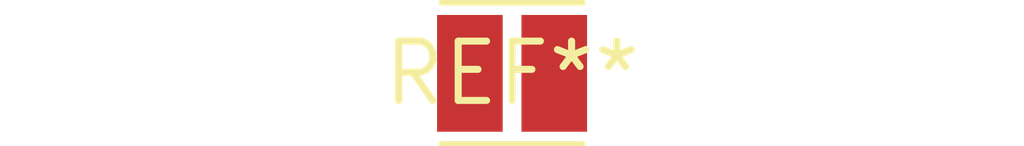
<source format=kicad_pcb>
(kicad_pcb (version 20240108) (generator pcbnew)
  (layers (0 "F.Cu" signal) (31 "B.Cu" signal) (34 "B.Paste" user) (35 "F.Paste" user) (36 "B.SilkS" user "B.Silkscreen") (37 "F.SilkS" user "F.Silkscreen") (38 "B.Mask" user) (39 "F.Mask" user) (44 "Edge.Cuts" user))
  (net 0 "")
  (footprint "L_Cenker_CKCS252012" (layer "F.Cu") (at 0 0)
    (property "Reference" "REF**")
    (property "Value" "L_Cenker_CKCS252012")
    (fp_line (start -1.51 -1.51) (end 1.51 -1.51) (layer "F.SilkS") (stroke (width 0.12)))
    (fp_line (start -1.51 1.51) (end 1.51 1.51) (layer "F.SilkS") (stroke (width 0.12)))
    (pad "1" smd rect (at -0.9 0) (size 1.4 2.5) (layers "F.Cu" "F.Paste" "F.Mask"))
    (pad "2" smd rect (at 0.9 0) (size 1.4 2.5) (layers "F.Cu" "F.Paste" "F.Mask"))
  )
)
</source>
